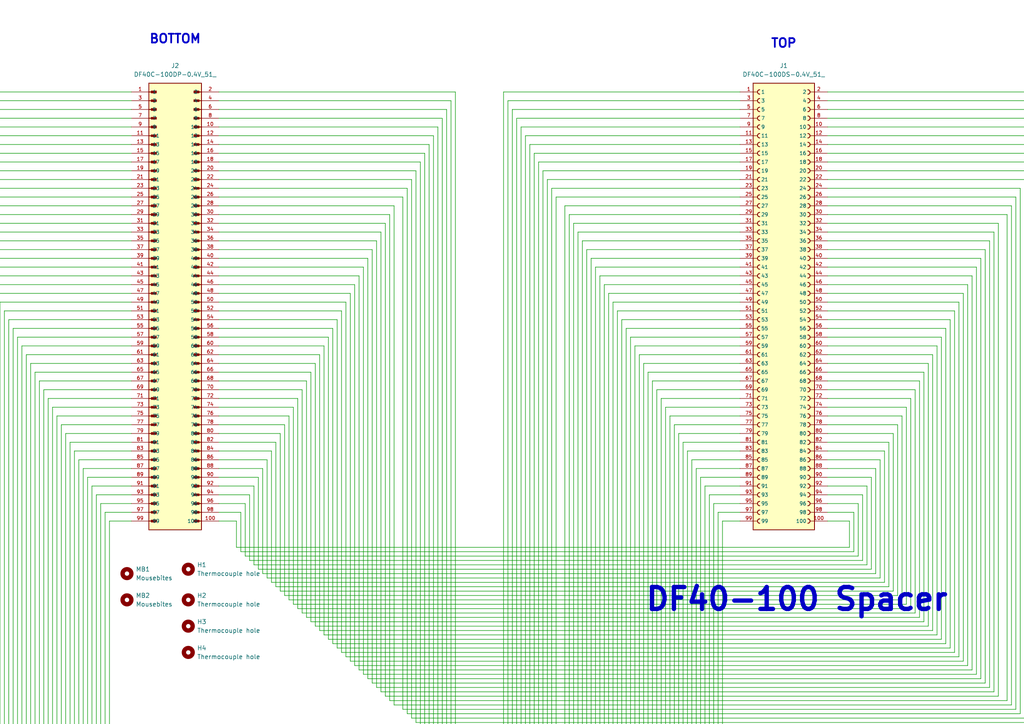
<source format=kicad_sch>
(kicad_sch (version 20231120) (generator "eeschema") (generator_version "8.0")
  (paper "A4")
  (lib_symbols
    (symbol "DF40C_100DP_0_4V_51_:DF40C-100DP-0.4V_51_" (pin_names (offset 1.016))
      (property "Reference" "J" (at -7.62 64.262 0))
      (property "Value" "DF40C-100DP-0.4V_51_" (at -7.62 -66.802 0))
      (symbol "DF40C-100DP-0.4V_51__0_0"
        (pin passive line (at -12.7 60.96 0) (length 5.08) (name "1") (number "1"))
        (pin passive line (at 12.7 50.8 180) (length 5.08) (name "10") (number "10"))
        (pin passive line (at 12.7 -63.5 180) (length 5.08) (name "100") (number "100"))
        (pin passive line (at -12.7 48.26 0) (length 5.08) (name "11") (number "11"))
        (pin passive line (at 12.7 48.26 180) (length 5.08) (name "12") (number "12"))
        (pin passive line (at -12.7 45.72 0) (length 5.08) (name "13") (number "13"))
        (pin passive line (at 12.7 45.72 180) (length 5.08) (name "14") (number "14"))
        (pin passive line (at -12.7 43.18 0) (length 5.08) (name "15") (number "15"))
        (pin passive line (at 12.7 43.18 180) (length 5.08) (name "16") (number "16"))
        (pin passive line (at -12.7 40.64 0) (length 5.08) (name "17") (number "17"))
        (pin passive line (at 12.7 40.64 180) (length 5.08) (name "18") (number "18"))
        (pin passive line (at -12.7 38.1 0) (length 5.08) (name "19") (number "19"))
        (pin passive line (at 12.7 60.96 180) (length 5.08) (name "2") (number "2"))
        (pin passive line (at 12.7 38.1 180) (length 5.08) (name "20") (number "20"))
        (pin passive line (at -12.7 35.56 0) (length 5.08) (name "21") (number "21"))
        (pin passive line (at 12.7 35.56 180) (length 5.08) (name "22") (number "22"))
        (pin passive line (at -12.7 33.02 0) (length 5.08) (name "23") (number "23"))
        (pin passive line (at 12.7 33.02 180) (length 5.08) (name "24") (number "24"))
        (pin passive line (at -12.7 30.48 0) (length 5.08) (name "25") (number "25"))
        (pin passive line (at 12.7 30.48 180) (length 5.08) (name "26") (number "26"))
        (pin passive line (at -12.7 27.94 0) (length 5.08) (name "27") (number "27"))
        (pin passive line (at 12.7 27.94 180) (length 5.08) (name "28") (number "28"))
        (pin passive line (at -12.7 25.4 0) (length 5.08) (name "29") (number "29"))
        (pin passive line (at -12.7 58.42 0) (length 5.08) (name "3") (number "3"))
        (pin passive line (at 12.7 25.4 180) (length 5.08) (name "30") (number "30"))
        (pin passive line (at -12.7 22.86 0) (length 5.08) (name "31") (number "31"))
        (pin passive line (at 12.7 22.86 180) (length 5.08) (name "32") (number "32"))
        (pin passive line (at -12.7 20.32 0) (length 5.08) (name "33") (number "33"))
        (pin passive line (at 12.7 20.32 180) (length 5.08) (name "34") (number "34"))
        (pin passive line (at -12.7 17.78 0) (length 5.08) (name "35") (number "35"))
        (pin passive line (at 12.7 17.78 180) (length 5.08) (name "36") (number "36"))
        (pin passive line (at -12.7 15.24 0) (length 5.08) (name "37") (number "37"))
        (pin passive line (at 12.7 15.24 180) (length 5.08) (name "38") (number "38"))
        (pin passive line (at -12.7 12.7 0) (length 5.08) (name "39") (number "39"))
        (pin passive line (at 12.7 58.42 180) (length 5.08) (name "4") (number "4"))
        (pin passive line (at 12.7 12.7 180) (length 5.08) (name "40") (number "40"))
        (pin passive line (at -12.7 10.16 0) (length 5.08) (name "41") (number "41"))
        (pin passive line (at 12.7 10.16 180) (length 5.08) (name "42") (number "42"))
        (pin passive line (at -12.7 7.62 0) (length 5.08) (name "43") (number "43"))
        (pin passive line (at 12.7 7.62 180) (length 5.08) (name "44") (number "44"))
        (pin passive line (at -12.7 5.08 0) (length 5.08) (name "45") (number "45"))
        (pin passive line (at 12.7 5.08 180) (length 5.08) (name "46") (number "46"))
        (pin passive line (at -12.7 2.54 0) (length 5.08) (name "47") (number "47"))
        (pin passive line (at 12.7 2.54 180) (length 5.08) (name "48") (number "48"))
        (pin passive line (at -12.7 0 0) (length 5.08) (name "49") (number "49"))
        (pin passive line (at -12.7 55.88 0) (length 5.08) (name "5") (number "5"))
        (pin passive line (at 12.7 0 180) (length 5.08) (name "50") (number "50"))
        (pin passive line (at -12.7 -2.54 0) (length 5.08) (name "51") (number "51"))
        (pin passive line (at 12.7 -2.54 180) (length 5.08) (name "52") (number "52"))
        (pin passive line (at -12.7 -5.08 0) (length 5.08) (name "53") (number "53"))
        (pin passive line (at 12.7 -5.08 180) (length 5.08) (name "54") (number "54"))
        (pin passive line (at -12.7 -7.62 0) (length 5.08) (name "55") (number "55"))
        (pin passive line (at 12.7 -7.62 180) (length 5.08) (name "56") (number "56"))
        (pin passive line (at -12.7 -10.16 0) (length 5.08) (name "57") (number "57"))
        (pin passive line (at 12.7 -10.16 180) (length 5.08) (name "58") (number "58"))
        (pin passive line (at -12.7 -12.7 0) (length 5.08) (name "59") (number "59"))
        (pin passive line (at 12.7 55.88 180) (length 5.08) (name "6") (number "6"))
        (pin passive line (at 12.7 -12.7 180) (length 5.08) (name "60") (number "60"))
        (pin passive line (at -12.7 -15.24 0) (length 5.08) (name "61") (number "61"))
        (pin passive line (at 12.7 -15.24 180) (length 5.08) (name "62") (number "62"))
        (pin passive line (at -12.7 -17.78 0) (length 5.08) (name "63") (number "63"))
        (pin passive line (at 12.7 -17.78 180) (length 5.08) (name "64") (number "64"))
        (pin passive line (at -12.7 -20.32 0) (length 5.08) (name "65") (number "65"))
        (pin passive line (at 12.7 -20.32 180) (length 5.08) (name "66") (number "66"))
        (pin passive line (at -12.7 -22.86 0) (length 5.08) (name "67") (number "67"))
        (pin passive line (at 12.7 -22.86 180) (length 5.08) (name "68") (number "68"))
        (pin passive line (at -12.7 -25.4 0) (length 5.08) (name "69") (number "69"))
        (pin passive line (at -12.7 53.34 0) (length 5.08) (name "7") (number "7"))
        (pin passive line (at 12.7 -25.4 180) (length 5.08) (name "70") (number "70"))
        (pin passive line (at -12.7 -27.94 0) (length 5.08) (name "71") (number "71"))
        (pin passive line (at 12.7 -27.94 180) (length 5.08) (name "72") (number "72"))
        (pin passive line (at -12.7 -30.48 0) (length 5.08) (name "73") (number "73"))
        (pin passive line (at 12.7 -30.48 180) (length 5.08) (name "74") (number "74"))
        (pin passive line (at -12.7 -33.02 0) (length 5.08) (name "75") (number "75"))
        (pin passive line (at 12.7 -33.02 180) (length 5.08) (name "76") (number "76"))
        (pin passive line (at -12.7 -35.56 0) (length 5.08) (name "77") (number "77"))
        (pin passive line (at 12.7 -35.56 180) (length 5.08) (name "78") (number "78"))
        (pin passive line (at -12.7 -38.1 0) (length 5.08) (name "79") (number "79"))
        (pin passive line (at 12.7 53.34 180) (length 5.08) (name "8") (number "8"))
        (pin passive line (at 12.7 -38.1 180) (length 5.08) (name "80") (number "80"))
        (pin passive line (at -12.7 -40.64 0) (length 5.08) (name "81") (number "81"))
        (pin passive line (at 12.7 -40.64 180) (length 5.08) (name "82") (number "82"))
        (pin passive line (at -12.7 -43.18 0) (length 5.08) (name "83") (number "83"))
        (pin passive line (at 12.7 -43.18 180) (length 5.08) (name "84") (number "84"))
        (pin passive line (at -12.7 -45.72 0) (length 5.08) (name "85") (number "85"))
        (pin passive line (at 12.7 -45.72 180) (length 5.08) (name "86") (number "86"))
        (pin passive line (at -12.7 -48.26 0) (length 5.08) (name "87") (number "87"))
        (pin passive line (at 12.7 -48.26 180) (length 5.08) (name "88") (number "88"))
        (pin passive line (at -12.7 -50.8 0) (length 5.08) (name "89") (number "89"))
        (pin passive line (at -12.7 50.8 0) (length 5.08) (name "9") (number "9"))
        (pin passive line (at 12.7 -50.8 180) (length 5.08) (name "90") (number "90"))
        (pin passive line (at -12.7 -53.34 0) (length 5.08) (name "91") (number "91"))
        (pin passive line (at 12.7 -53.34 180) (length 5.08) (name "92") (number "92"))
        (pin passive line (at -12.7 -55.88 0) (length 5.08) (name "93") (number "93"))
        (pin passive line (at 12.7 -55.88 180) (length 5.08) (name "94") (number "94"))
        (pin passive line (at -12.7 -58.42 0) (length 5.08) (name "95") (number "95"))
        (pin passive line (at 12.7 -58.42 180) (length 5.08) (name "96") (number "96"))
        (pin passive line (at -12.7 -60.96 0) (length 5.08) (name "97") (number "97"))
        (pin passive line (at 12.7 -60.96 180) (length 5.08) (name "98") (number "98"))
        (pin passive line (at -12.7 -63.5 0) (length 5.08) (name "99") (number "99"))
      )
    )
    (symbol "DF40C_100DS_0_4V_51_:DF40C-100DS-0.4V_51_" (pin_names (offset 1.016))
      (property "Reference" "J" (at -8.9083 63.6526 0))
      (property "Value" "DF40C-100DS-0.4V_51_" (at -8.9063 -68.7318 0))
      (symbol "DF40C-100DS-0.4V_51__0_0"
        (pin passive line (at -12.7 60.96 0) (length 5.08) (name "1") (number "1"))
        (pin passive line (at 12.7 50.8 180) (length 5.08) (name "10") (number "10"))
        (pin passive line (at 12.7 -63.5 180) (length 5.08) (name "100") (number "100"))
        (pin passive line (at -12.7 48.26 0) (length 5.08) (name "11") (number "11"))
        (pin passive line (at 12.7 48.26 180) (length 5.08) (name "12") (number "12"))
        (pin passive line (at -12.7 45.72 0) (length 5.08) (name "13") (number "13"))
        (pin passive line (at 12.7 45.72 180) (length 5.08) (name "14") (number "14"))
        (pin passive line (at -12.7 43.18 0) (length 5.08) (name "15") (number "15"))
        (pin passive line (at 12.7 43.18 180) (length 5.08) (name "16") (number "16"))
        (pin passive line (at -12.7 40.64 0) (length 5.08) (name "17") (number "17"))
        (pin passive line (at 12.7 40.64 180) (length 5.08) (name "18") (number "18"))
        (pin passive line (at -12.7 38.1 0) (length 5.08) (name "19") (number "19"))
        (pin passive line (at 12.7 60.96 180) (length 5.08) (name "2") (number "2"))
        (pin passive line (at 12.7 38.1 180) (length 5.08) (name "20") (number "20"))
        (pin passive line (at -12.7 35.56 0) (length 5.08) (name "21") (number "21"))
        (pin passive line (at 12.7 35.56 180) (length 5.08) (name "22") (number "22"))
        (pin passive line (at -12.7 33.02 0) (length 5.08) (name "23") (number "23"))
        (pin passive line (at 12.7 33.02 180) (length 5.08) (name "24") (number "24"))
        (pin passive line (at -12.7 30.48 0) (length 5.08) (name "25") (number "25"))
        (pin passive line (at 12.7 30.48 180) (length 5.08) (name "26") (number "26"))
        (pin passive line (at -12.7 27.94 0) (length 5.08) (name "27") (number "27"))
        (pin passive line (at 12.7 27.94 180) (length 5.08) (name "28") (number "28"))
        (pin passive line (at -12.7 25.4 0) (length 5.08) (name "29") (number "29"))
        (pin passive line (at -12.7 58.42 0) (length 5.08) (name "3") (number "3"))
        (pin passive line (at 12.7 25.4 180) (length 5.08) (name "30") (number "30"))
        (pin passive line (at -12.7 22.86 0) (length 5.08) (name "31") (number "31"))
        (pin passive line (at 12.7 22.86 180) (length 5.08) (name "32") (number "32"))
        (pin passive line (at -12.7 20.32 0) (length 5.08) (name "33") (number "33"))
        (pin passive line (at 12.7 20.32 180) (length 5.08) (name "34") (number "34"))
        (pin passive line (at -12.7 17.78 0) (length 5.08) (name "35") (number "35"))
        (pin passive line (at 12.7 17.78 180) (length 5.08) (name "36") (number "36"))
        (pin passive line (at -12.7 15.24 0) (length 5.08) (name "37") (number "37"))
        (pin passive line (at 12.7 15.24 180) (length 5.08) (name "38") (number "38"))
        (pin passive line (at -12.7 12.7 0) (length 5.08) (name "39") (number "39"))
        (pin passive line (at 12.7 58.42 180) (length 5.08) (name "4") (number "4"))
        (pin passive line (at 12.7 12.7 180) (length 5.08) (name "40") (number "40"))
        (pin passive line (at -12.7 10.16 0) (length 5.08) (name "41") (number "41"))
        (pin passive line (at 12.7 10.16 180) (length 5.08) (name "42") (number "42"))
        (pin passive line (at -12.7 7.62 0) (length 5.08) (name "43") (number "43"))
        (pin passive line (at 12.7 7.62 180) (length 5.08) (name "44") (number "44"))
        (pin passive line (at -12.7 5.08 0) (length 5.08) (name "45") (number "45"))
        (pin passive line (at 12.7 5.08 180) (length 5.08) (name "46") (number "46"))
        (pin passive line (at -12.7 2.54 0) (length 5.08) (name "47") (number "47"))
        (pin passive line (at 12.7 2.54 180) (length 5.08) (name "48") (number "48"))
        (pin passive line (at -12.7 0 0) (length 5.08) (name "49") (number "49"))
        (pin passive line (at -12.7 55.88 0) (length 5.08) (name "5") (number "5"))
        (pin passive line (at 12.7 0 180) (length 5.08) (name "50") (number "50"))
        (pin passive line (at -12.7 -2.54 0) (length 5.08) (name "51") (number "51"))
        (pin passive line (at 12.7 -2.54 180) (length 5.08) (name "52") (number "52"))
        (pin passive line (at -12.7 -5.08 0) (length 5.08) (name "53") (number "53"))
        (pin passive line (at 12.7 -5.08 180) (length 5.08) (name "54") (number "54"))
        (pin passive line (at -12.7 -7.62 0) (length 5.08) (name "55") (number "55"))
        (pin passive line (at 12.7 -7.62 180) (length 5.08) (name "56") (number "56"))
        (pin passive line (at -12.7 -10.16 0) (length 5.08) (name "57") (number "57"))
        (pin passive line (at 12.7 -10.16 180) (length 5.08) (name "58") (number "58"))
        (pin passive line (at -12.7 -12.7 0) (length 5.08) (name "59") (number "59"))
        (pin passive line (at 12.7 55.88 180) (length 5.08) (name "6") (number "6"))
        (pin passive line (at 12.7 -12.7 180) (length 5.08) (name "60") (number "60"))
        (pin passive line (at -12.7 -15.24 0) (length 5.08) (name "61") (number "61"))
        (pin passive line (at 12.7 -15.24 180) (length 5.08) (name "62") (number "62"))
        (pin passive line (at -12.7 -17.78 0) (length 5.08) (name "63") (number "63"))
        (pin passive line (at 12.7 -17.78 180) (length 5.08) (name "64") (number "64"))
        (pin passive line (at -12.7 -20.32 0) (length 5.08) (name "65") (number "65"))
        (pin passive line (at 12.7 -20.32 180) (length 5.08) (name "66") (number "66"))
        (pin passive line (at -12.7 -22.86 0) (length 5.08) (name "67") (number "67"))
        (pin passive line (at 12.7 -22.86 180) (length 5.08) (name "68") (number "68"))
        (pin passive line (at -12.7 -25.4 0) (length 5.08) (name "69") (number "69"))
        (pin passive line (at -12.7 53.34 0) (length 5.08) (name "7") (number "7"))
        (pin passive line (at 12.7 -25.4 180) (length 5.08) (name "70") (number "70"))
        (pin passive line (at -12.7 -27.94 0) (length 5.08) (name "71") (number "71"))
        (pin passive line (at 12.7 -27.94 180) (length 5.08) (name "72") (number "72"))
        (pin passive line (at -12.7 -30.48 0) (length 5.08) (name "73") (number "73"))
        (pin passive line (at 12.7 -30.48 180) (length 5.08) (name "74") (number "74"))
        (pin passive line (at -12.7 -33.02 0) (length 5.08) (name "75") (number "75"))
        (pin passive line (at 12.7 -33.02 180) (length 5.08) (name "76") (number "76"))
        (pin passive line (at -12.7 -35.56 0) (length 5.08) (name "77") (number "77"))
        (pin passive line (at 12.7 -35.56 180) (length 5.08) (name "78") (number "78"))
        (pin passive line (at -12.7 -38.1 0) (length 5.08) (name "79") (number "79"))
        (pin passive line (at 12.7 53.34 180) (length 5.08) (name "8") (number "8"))
        (pin passive line (at 12.7 -38.1 180) (length 5.08) (name "80") (number "80"))
        (pin passive line (at -12.7 -40.64 0) (length 5.08) (name "81") (number "81"))
        (pin passive line (at 12.7 -40.64 180) (length 5.08) (name "82") (number "82"))
        (pin passive line (at -12.7 -43.18 0) (length 5.08) (name "83") (number "83"))
        (pin passive line (at 12.7 -43.18 180) (length 5.08) (name "84") (number "84"))
        (pin passive line (at -12.7 -45.72 0) (length 5.08) (name "85") (number "85"))
        (pin passive line (at 12.7 -45.72 180) (length 5.08) (name "86") (number "86"))
        (pin passive line (at -12.7 -48.26 0) (length 5.08) (name "87") (number "87"))
        (pin passive line (at 12.7 -48.26 180) (length 5.08) (name "88") (number "88"))
        (pin passive line (at -12.7 -50.8 0) (length 5.08) (name "89") (number "89"))
        (pin passive line (at -12.7 50.8 0) (length 5.08) (name "9") (number "9"))
        (pin passive line (at 12.7 -50.8 180) (length 5.08) (name "90") (number "90"))
        (pin passive line (at -12.7 -53.34 0) (length 5.08) (name "91") (number "91"))
        (pin passive line (at 12.7 -53.34 180) (length 5.08) (name "92") (number "92"))
        (pin passive line (at -12.7 -55.88 0) (length 5.08) (name "93") (number "93"))
        (pin passive line (at 12.7 -55.88 180) (length 5.08) (name "94") (number "94"))
        (pin passive line (at -12.7 -58.42 0) (length 5.08) (name "95") (number "95"))
        (pin passive line (at 12.7 -58.42 180) (length 5.08) (name "96") (number "96"))
        (pin passive line (at -12.7 -60.96 0) (length 5.08) (name "97") (number "97"))
        (pin passive line (at 12.7 -60.96 180) (length 5.08) (name "98") (number "98"))
        (pin passive line (at -12.7 -63.5 0) (length 5.08) (name "99") (number "99"))
      )
    )
    (symbol "Mechanical:MountingHole" (pin_names (offset 1.016)) (exclude_from_sim yes) (in_bom no)
      (property "Reference" "H" (at 0 5.08 0))
      (property "Value" "MountingHole" (at 0 3.175 0))
    )
  )
  (wire (pts (xy 78.74 130.81) (xy 78.74 168.91)))
  (wire (pts (xy 191.77 275.59) (xy 13.97 275.59)))
  (wire (pts (xy -8.89 69.85) (xy -8.89 298.45)))
  (wire (pts (xy 207.01 146.05) (xy 207.01 260.35)))
  (wire (pts (xy -5.08 77.47) (xy 38.1 77.47)))
  (wire (pts (xy 180.34 287.02) (xy 180.34 92.71)))
  (wire (pts (xy 93.98 184.15) (xy 271.78 184.15)))
  (wire (pts (xy -29.21 31.75) (xy -29.21 317.5)))
  (wire (pts (xy 63.5 54.61) (xy 118.11 54.61)))
  (wire (pts (xy 269.24 181.61) (xy 269.24 105.41)))
  (wire (pts (xy 69.85 148.59) (xy 63.5 148.59)))
  (wire (pts (xy 102.87 82.55) (xy 102.87 193.04)))
  (wire (pts (xy 85.09 175.26) (xy 85.09 118.11)))
  (wire (pts (xy 240.03 92.71) (xy 275.59 92.71)))
  (wire (pts (xy 240.03 143.51) (xy 250.19 143.51)))
  (wire (pts (xy 214.63 120.65) (xy 194.31 120.65)))
  (wire (pts (xy -27.94 316.23) (xy -27.94 34.29)))
  (wire (pts (xy 100.33 87.63) (xy 63.5 87.63)))
  (wire (pts (xy 123.19 212.09) (xy 300.99 212.09)))
  (wire (pts (xy 68.58 151.13) (xy 68.58 158.75)))
  (wire (pts (xy 209.55 257.81) (xy 31.75 257.81)))
  (wire (pts (xy 87.63 113.03) (xy 63.5 113.03)))
  (wire (pts (xy 292.1 62.23) (xy 240.03 62.23)))
  (wire (pts (xy 194.31 120.65) (xy 194.31 273.05)))
  (wire (pts (xy 77.47 133.35) (xy 63.5 133.35)))
  (wire (pts (xy 107.95 72.39) (xy 107.95 198.12)))
  (wire (pts (xy 3.81 285.75) (xy 3.81 95.25)))
  (wire (pts (xy 128.27 34.29) (xy 128.27 217.17)))
  (wire (pts (xy 38.1 123.19) (xy 17.78 123.19)))
  (wire (pts (xy 76.2 166.37) (xy 254 166.37)))
  (wire (pts (xy 74.93 138.43) (xy 63.5 138.43)))
  (wire (pts (xy 38.1 95.25) (xy 3.81 95.25)))
  (wire (pts (xy 176.53 85.09) (xy 176.53 290.83)))
  (wire (pts (xy 76.2 135.89) (xy 76.2 166.37)))
  (wire (pts (xy 26.67 262.89) (xy 26.67 140.97)))
  (wire (pts (xy 63.5 105.41) (xy 91.44 105.41)))
  (wire (pts (xy 83.82 120.65) (xy 83.82 173.99)))
  (wire (pts (xy 63.5 67.31) (xy 110.49 67.31)))
  (wire (pts (xy 275.59 187.96) (xy 97.79 187.96)))
  (wire (pts (xy 152.4 39.37) (xy 152.4 313.69)))
  (wire (pts (xy 198.12 128.27) (xy 214.63 128.27)))
  (wire (pts (xy 71.12 161.29) (xy 248.92 161.29)))
  (wire (pts (xy 199.39 267.97) (xy 21.59 267.97)))
  (wire (pts (xy 38.1 46.99) (xy -21.59 46.99)))
  (wire (pts (xy -33.02 26.67) (xy 38.1 26.67)))
  (wire (pts (xy 194.31 273.05) (xy 16.51 273.05)))
  (wire (pts (xy -11.43 300.99) (xy 166.37 300.99)))
  (wire (pts (xy 204.47 262.89) (xy 26.67 262.89)))
  (wire (pts (xy -6.35 295.91) (xy 171.45 295.91)))
  (wire (pts (xy 110.49 200.66) (xy 288.29 200.66)))
  (wire (pts (xy 307.34 218.44) (xy 129.54 218.44)))
  (wire (pts (xy 251.46 140.97) (xy 240.03 140.97)))
  (wire (pts (xy 195.58 271.78) (xy 195.58 123.19)))
  (wire (pts (xy 38.1 87.63) (xy 0 87.63)))
  (wire (pts (xy 24.13 265.43) (xy 24.13 135.89)))
  (wire (pts (xy 240.03 36.83) (xy 304.8 36.83)))
  (wire (pts (xy 257.81 128.27) (xy 257.81 170.18)))
  (wire (pts (xy 240.03 74.93) (xy 284.48 74.93)))
  (wire (pts (xy 214.63 105.41) (xy 186.69 105.41)))
  (wire (pts (xy 63.5 120.65) (xy 83.82 120.65)))
  (wire (pts (xy 306.07 217.17) (xy 306.07 34.29)))
  (wire (pts (xy 116.84 205.74) (xy 116.84 57.15)))
  (wire (pts (xy 111.76 201.93) (xy 111.76 64.77)))
  (wire (pts (xy 179.07 90.17) (xy 179.07 288.29)))
  (wire (pts (xy 255.27 167.64) (xy 77.47 167.64)))
  (wire (pts (xy 186.69 280.67) (xy 8.89 280.67)))
  (wire (pts (xy 38.1 41.91) (xy -24.13 41.91)))
  (wire (pts (xy 21.59 267.97) (xy 21.59 130.81)))
  (wire (pts (xy -15.24 303.53) (xy -15.24 59.69)))
  (wire (pts (xy 240.03 64.77) (xy 289.56 64.77)))
  (wire (pts (xy -17.78 306.07) (xy -17.78 54.61)))
  (wire (pts (xy 63.5 26.67) (xy 132.08 26.67)))
  (wire (pts (xy 130.81 29.21) (xy 130.81 219.71)))
  (wire (pts (xy -16.51 57.15) (xy -16.51 304.8)))
  (wire (pts (xy 302.26 41.91) (xy 302.26 213.36)))
  (wire (pts (xy 121.92 210.82) (xy 121.92 46.99)))
  (wire (pts (xy 38.1 80.01) (xy -3.81 80.01)))
  (wire (pts (xy 240.03 80.01) (xy 281.94 80.01)))
  (wire (pts (xy 240.03 87.63) (xy 278.13 87.63)))
  (wire (pts (xy 283.21 195.58) (xy 283.21 77.47)))
  (wire (pts (xy 180.34 92.71) (xy 214.63 92.71)))
  (wire (pts (xy 284.48 74.93) (xy 284.48 196.85)))
  (wire (pts (xy 161.29 304.8) (xy 161.29 57.15)))
  (wire (pts (xy 214.63 95.25) (xy 181.61 95.25)))
  (wire (pts (xy 151.13 314.96) (xy 151.13 36.83)))
  (wire (pts (xy 181.61 285.75) (xy 3.81 285.75)))
  (wire (pts (xy 119.38 52.07) (xy 63.5 52.07)))
  (wire (pts (xy 240.03 138.43) (xy 252.73 138.43)))
  (wire (pts (xy -19.05 52.07) (xy -19.05 307.34)))
  (wire (pts (xy 26.67 140.97) (xy 38.1 140.97)))
  (wire (pts (xy 63.5 72.39) (xy 107.95 72.39)))
  (wire (pts (xy 12.7 113.03) (xy 12.7 276.86)))
  (wire (pts (xy 204.47 140.97) (xy 204.47 262.89)))
  (wire (pts (xy 191.77 115.57) (xy 191.77 275.59)))
  (wire (pts (xy 105.41 195.58) (xy 283.21 195.58)))
  (wire (pts (xy 270.51 182.88) (xy 92.71 182.88)))
  (wire (pts (xy 293.37 204.47) (xy 293.37 59.69)))
  (wire (pts (xy 31.75 151.13) (xy 38.1 151.13)))
  (wire (pts (xy 156.21 309.88) (xy 156.21 46.99)))
  (wire (pts (xy 214.63 100.33) (xy 184.15 100.33)))
  (wire (pts (xy 81.28 171.45) (xy 259.08 171.45)))
  (wire (pts (xy 240.03 123.19) (xy 260.35 123.19)))
  (wire (pts (xy 261.62 173.99) (xy 261.62 120.65)))
  (wire (pts (xy 1.27 90.17) (xy 38.1 90.17)))
  (wire (pts (xy 248.92 161.29) (xy 248.92 146.05)))
  (wire (pts (xy 160.02 54.61) (xy 160.02 306.07)))
  (wire (pts (xy 68.58 158.75) (xy 246.38 158.75)))
  (wire (pts (xy 99.06 189.23) (xy 276.86 189.23)))
  (wire (pts (xy 11.43 110.49) (xy 38.1 110.49)))
  (wire (pts (xy 161.29 57.15) (xy 214.63 57.15)))
  (wire (pts (xy 285.75 198.12) (xy 285.75 72.39)))
  (wire (pts (xy 78.74 168.91) (xy 256.54 168.91)))
  (wire (pts (xy 214.63 34.29) (xy 149.86 34.29)))
  (wire (pts (xy -17.78 54.61) (xy 38.1 54.61)))
  (wire (pts (xy 63.5 34.29) (xy 128.27 34.29)))
  (wire (pts (xy 167.64 299.72) (xy -10.16 299.72)))
  (wire (pts (xy 121.92 46.99) (xy 63.5 46.99)))
  (wire (pts (xy 19.05 270.51) (xy 19.05 125.73)))
  (wire (pts (xy 276.86 189.23) (xy 276.86 90.17)))
  (wire (pts (xy 63.5 95.25) (xy 96.52 95.25)))
  (wire (pts (xy -21.59 46.99) (xy -21.59 309.88)))
  (wire (pts (xy 256.54 130.81) (xy 240.03 130.81)))
  (wire (pts (xy 15.24 274.32) (xy 193.04 274.32)))
  (wire (pts (xy -3.81 80.01) (xy -3.81 293.37)))
  (wire (pts (xy 130.81 219.71) (xy 308.61 219.71)))
  (wire (pts (xy -30.48 29.21) (xy 38.1 29.21)))
  (wire (pts (xy 240.03 95.25) (xy 274.32 95.25)))
  (wire (pts (xy 196.85 125.73) (xy 196.85 270.51)))
  (wire (pts (xy 63.5 77.47) (xy 105.41 77.47)))
  (wire (pts (xy 72.39 162.56) (xy 72.39 143.51)))
  (wire (pts (xy 214.63 72.39) (xy 170.18 72.39)))
  (wire (pts (xy 165.1 62.23) (xy 165.1 302.26)))
  (wire (pts (xy -10.16 67.31) (xy 38.1 67.31)))
  (wire (pts (xy 63.5 130.81) (xy 78.74 130.81)))
  (wire (pts (xy 101.6 85.09) (xy 101.6 191.77)))
  (wire (pts (xy 63.5 115.57) (xy 86.36 115.57)))
  (wire (pts (xy 114.3 59.69) (xy 114.3 204.47)))
  (wire (pts (xy 214.63 125.73) (xy 196.85 125.73)))
  (wire (pts (xy 240.03 31.75) (xy 307.34 31.75)))
  (wire (pts (xy 295.91 54.61) (xy 240.03 54.61)))
  (wire (pts (xy 195.58 123.19) (xy 214.63 123.19)))
  (wire (pts (xy 132.08 220.98) (xy 311.15 220.98)))
  (wire (pts (xy -7.62 297.18) (xy -7.62 72.39)))
  (wire (pts (xy 63.5 100.33) (xy 93.98 100.33)))
  (wire (pts (xy 16.51 120.65) (xy 38.1 120.65)))
  (wire (pts (xy 275.59 92.71) (xy 275.59 187.96)))
  (wire (pts (xy 38.1 64.77) (xy -11.43 64.77)))
  (wire (pts (xy 124.46 41.91) (xy 63.5 41.91)))
  (wire (pts (xy 190.5 113.03) (xy 214.63 113.03)))
  (wire (pts (xy 29.21 146.05) (xy 38.1 146.05)))
  (wire (pts (xy 118.11 207.01) (xy 295.91 207.01)))
  (wire (pts (xy 38.1 118.11) (xy 15.24 118.11)))
  (wire (pts (xy 255.27 133.35) (xy 255.27 167.64)))
  (wire (pts (xy 93.98 100.33) (xy 93.98 184.15)))
  (wire (pts (xy 271.78 100.33) (xy 240.03 100.33)))
  (wire (pts (xy 92.71 182.88) (xy 92.71 102.87)))
  (wire (pts (xy 240.03 59.69) (xy 293.37 59.69)))
  (wire (pts (xy 92.71 102.87) (xy 63.5 102.87)))
  (wire (pts (xy 16.51 273.05) (xy 16.51 120.65)))
  (wire (pts (xy 99.06 90.17) (xy 99.06 189.23)))
  (wire (pts (xy 187.96 107.95) (xy 214.63 107.95)))
  (wire (pts (xy 114.3 204.47) (xy 293.37 204.47)))
  (wire (pts (xy 214.63 82.55) (xy 175.26 82.55)))
  (wire (pts (xy 287.02 199.39) (xy 109.22 199.39)))
  (wire (pts (xy 240.03 52.07) (xy 297.18 52.07)))
  (wire (pts (xy 173.99 293.37) (xy 173.99 80.01)))
  (wire (pts (xy 111.76 64.77) (xy 63.5 64.77)))
  (wire (pts (xy 38.1 52.07) (xy -19.05 52.07)))
  (wire (pts (xy 281.94 80.01) (xy 281.94 194.31)))
  (wire (pts (xy 288.29 200.66) (xy 288.29 67.31)))
  (wire (pts (xy 113.03 62.23) (xy 113.03 203.2)))
  (wire (pts (xy 214.63 130.81) (xy 199.39 130.81)))
  (wire (pts (xy 38.1 143.51) (xy 27.94 143.51)))
  (wire (pts (xy 0 87.63) (xy 0 289.56)))
  (wire (pts (xy 166.37 64.77) (xy 214.63 64.77)))
  (wire (pts (xy 240.03 46.99) (xy 299.72 46.99)))
  (wire (pts (xy 254 166.37) (xy 254 135.89)))
  (wire (pts (xy 101.6 191.77) (xy 279.4 191.77)))
  (wire (pts (xy 267.97 180.34) (xy 90.17 180.34)))
  (wire (pts (xy 250.19 143.51) (xy 250.19 162.56)))
  (wire (pts (xy 157.48 49.53) (xy 157.48 308.61)))
  (wire (pts (xy 248.92 146.05) (xy 240.03 146.05)))
  (wire (pts (xy 88.9 110.49) (xy 88.9 179.07)))
  (wire (pts (xy 189.23 110.49) (xy 189.23 278.13)))
  (wire (pts (xy 86.36 176.53) (xy 264.16 176.53)))
  (wire (pts (xy 214.63 151.13) (xy 209.55 151.13)))
  (wire (pts (xy 177.8 87.63) (xy 214.63 87.63)))
  (wire (pts (xy 303.53 39.37) (xy 240.03 39.37)))
  (wire (pts (xy 175.26 292.1) (xy -2.54 292.1)))
  (wire (pts (xy 259.08 171.45) (xy 259.08 125.73)))
  (wire (pts (xy 214.63 115.57) (xy 191.77 115.57)))
  (wire (pts (xy 71.12 146.05) (xy 71.12 161.29)))
  (wire (pts (xy 182.88 284.48) (xy 182.88 97.79)))
  (wire (pts (xy 273.05 97.79) (xy 273.05 185.42)))
  (wire (pts (xy 81.28 125.73) (xy 81.28 171.45)))
  (wire (pts (xy 109.22 199.39) (xy 109.22 69.85)))
  (wire (pts (xy 281.94 194.31) (xy 104.14 194.31)))
  (wire (pts (xy 265.43 113.03) (xy 265.43 177.8)))
  (wire (pts (xy 38.1 31.75) (xy -29.21 31.75)))
  (wire (pts (xy 240.03 107.95) (xy 267.97 107.95)))
  (wire (pts (xy 292.1 203.2) (xy 292.1 62.23)))
  (wire (pts (xy 160.02 306.07) (xy -17.78 306.07)))
  (wire (pts (xy 299.72 210.82) (xy 121.92 210.82)))
  (wire (pts (xy 8.89 280.67) (xy 8.89 105.41)))
  (wire (pts (xy -6.35 74.93) (xy -6.35 295.91)))
  (wire (pts (xy 251.46 163.83) (xy 251.46 140.97)))
  (wire (pts (xy 172.72 77.47) (xy 172.72 294.64)))
  (wire (pts (xy 300.99 212.09) (xy 300.99 44.45)))
  (wire (pts (xy 261.62 120.65) (xy 240.03 120.65)))
  (wire (pts (xy 214.63 59.69) (xy 163.83 59.69)))
  (wire (pts (xy -7.62 72.39) (xy 38.1 72.39)))
  (wire (pts (xy 146.05 320.04) (xy -33.02 320.04)))
  (wire (pts (xy 90.17 107.95) (xy 63.5 107.95)))
  (wire (pts (xy -33.02 320.04) (xy -33.02 26.67)))
  (wire (pts (xy 267.97 107.95) (xy 267.97 180.34)))
  (wire (pts (xy 182.88 97.79) (xy 214.63 97.79)))
  (wire (pts (xy 21.59 130.81) (xy 38.1 130.81)))
  (wire (pts (xy 38.1 128.27) (xy 20.32 128.27)))
  (wire (pts (xy 240.03 97.79) (xy 273.05 97.79)))
  (wire (pts (xy -20.32 49.53) (xy 38.1 49.53)))
  (wire (pts (xy 240.03 85.09) (xy 279.4 85.09)))
  (wire (pts (xy 264.16 176.53) (xy 264.16 115.57)))
  (wire (pts (xy 106.68 196.85) (xy 106.68 74.93)))
  (wire (pts (xy 205.74 143.51) (xy 214.63 143.51)))
  (wire (pts (xy 63.5 146.05) (xy 71.12 146.05)))
  (wire (pts (xy 276.86 90.17) (xy 240.03 90.17)))
  (wire (pts (xy 283.21 77.47) (xy 240.03 77.47)))
  (wire (pts (xy 72.39 143.51) (xy 63.5 143.51)))
  (wire (pts (xy 214.63 49.53) (xy 157.48 49.53)))
  (wire (pts (xy 80.01 170.18) (xy 80.01 128.27)))
  (wire (pts (xy -24.13 312.42) (xy 153.67 312.42)))
  (wire (pts (xy 302.26 213.36) (xy 124.46 213.36)))
  (wire (pts (xy 148.59 31.75) (xy 214.63 31.75)))
  (wire (pts (xy 106.68 74.93) (xy 63.5 74.93)))
  (wire (pts (xy 27.94 143.51) (xy 27.94 261.62)))
  (wire (pts (xy 295.91 207.01) (xy 295.91 54.61)))
  (wire (pts (xy 38.1 97.79) (xy 5.08 97.79)))
  (wire (pts (xy 30.48 148.59) (xy 30.48 259.08)))
  (wire (pts (xy 185.42 281.94) (xy 185.42 102.87)))
  (wire (pts (xy 280.67 82.55) (xy 240.03 82.55)))
  (wire (pts (xy 38.1 113.03) (xy 12.7 113.03)))
  (wire (pts (xy 63.5 90.17) (xy 99.06 90.17)))
  (wire (pts (xy 252.73 138.43) (xy 252.73 165.1)))
  (wire (pts (xy 203.2 138.43) (xy 203.2 264.16)))
  (wire (pts (xy 200.66 266.7) (xy 200.66 133.35)))
  (wire (pts (xy 74.93 138.43) (xy 74.93 165.1)))
  (wire (pts (xy 38.1 102.87) (xy 7.62 102.87)))
  (wire (pts (xy 200.66 133.35) (xy 214.63 133.35)))
  (wire (pts (xy 127 36.83) (xy 63.5 36.83)))
  (wire (pts (xy 30.48 259.08) (xy 208.28 259.08)))
  (wire (pts (xy 149.86 34.29) (xy 149.86 316.23)))
  (wire (pts (xy 2.54 92.71) (xy 2.54 287.02)))
  (wire (pts (xy 63.5 140.97) (xy 73.66 140.97)))
  (wire (pts (xy 184.15 283.21) (xy 6.35 283.21)))
  (wire (pts (xy 63.5 85.09) (xy 101.6 85.09)))
  (wire (pts (xy -13.97 302.26) (xy -13.97 62.23)))
  (wire (pts (xy 297.18 52.07) (xy 297.18 208.28)))
  (wire (pts (xy 158.75 307.34) (xy 158.75 52.07)))
  (wire (pts (xy 278.13 87.63) (xy 278.13 190.5)))
  (wire (pts (xy 271.78 184.15) (xy 271.78 100.33)))
  (wire (pts (xy 300.99 44.45) (xy 240.03 44.45)))
  (wire (pts (xy 0 289.56) (xy 177.8 289.56)))
  (wire (pts (xy 214.63 85.09) (xy 176.53 85.09)))
  (wire (pts (xy 125.73 214.63) (xy 303.53 214.63)))
  (wire (pts (xy 63.5 110.49) (xy 88.9 110.49)))
  (wire (pts (xy 63.5 59.69) (xy 114.3 59.69)))
  (wire (pts (xy 6.35 283.21) (xy 6.35 100.33)))
  (wire (pts (xy 10.16 107.95) (xy 10.16 279.4)))
  (wire (pts (xy 2.54 287.02) (xy 180.34 287.02)))
  (wire (pts (xy -22.86 311.15) (xy -22.86 44.45)))
  (wire (pts (xy 240.03 148.59) (xy 247.65 148.59)))
  (wire (pts (xy 254 135.89) (xy 240.03 135.89)))
  (wire (pts (xy 96.52 95.25) (xy 96.52 186.69)))
  (wire (pts (xy 214.63 135.89) (xy 201.93 135.89)))
  (wire (pts (xy 181.61 95.25) (xy 181.61 285.75)))
  (wire (pts (xy 240.03 113.03) (xy 265.43 113.03)))
  (wire (pts (xy 151.13 36.83) (xy 214.63 36.83)))
  (wire (pts (xy 214.63 146.05) (xy 207.01 146.05)))
  (wire (pts (xy 175.26 82.55) (xy 175.26 292.1)))
  (wire (pts (xy 20.32 269.24) (xy 198.12 269.24)))
  (wire (pts (xy 247.65 148.59) (xy 247.65 160.02)))
  (wire (pts (xy 304.8 36.83) (xy 304.8 215.9)))
  (wire (pts (xy 129.54 218.44) (xy 129.54 31.75)))
  (wire (pts (xy 90.17 180.34) (xy 90.17 107.95)))
  (wire (pts (xy 278.13 190.5) (xy 100.33 190.5)))
  (wire (pts (xy 257.81 170.18) (xy 80.01 170.18)))
  (wire (pts (xy 17.78 271.78) (xy 195.58 271.78)))
  (wire (pts (xy 203.2 264.16) (xy 25.4 264.16)))
  (wire (pts (xy 38.1 74.93) (xy -6.35 74.93)))
  (wire (pts (xy 185.42 102.87) (xy 214.63 102.87)))
  (wire (pts (xy 266.7 110.49) (xy 240.03 110.49)))
  (wire (pts (xy 165.1 302.26) (xy -13.97 302.26)))
  (wire (pts (xy -13.97 62.23) (xy 38.1 62.23)))
  (wire (pts (xy 299.72 46.99) (xy 299.72 210.82)))
  (wire (pts (xy 6.35 100.33) (xy 38.1 100.33)))
  (wire (pts (xy 170.18 72.39) (xy 170.18 297.18)))
  (wire (pts (xy 148.59 317.5) (xy 148.59 31.75)))
  (wire (pts (xy 186.69 105.41) (xy 186.69 280.67)))
  (wire (pts (xy 187.96 279.4) (xy 187.96 107.95)))
  (wire (pts (xy 25.4 138.43) (xy 25.4 264.16)))
  (wire (pts (xy 63.5 82.55) (xy 102.87 82.55)))
  (wire (pts (xy 158.75 52.07) (xy 214.63 52.07)))
  (wire (pts (xy 125.73 39.37) (xy 125.73 214.63)))
  (wire (pts (xy 5.08 284.48) (xy 182.88 284.48)))
  (wire (pts (xy -19.05 307.34) (xy 158.75 307.34)))
  (wire (pts (xy 127 215.9) (xy 127 36.83)))
  (wire (pts (xy 63.5 62.23) (xy 113.03 62.23)))
  (wire (pts (xy 184.15 100.33) (xy 184.15 283.21)))
  (wire (pts (xy -20.32 308.61) (xy -20.32 49.53)))
  (wire (pts (xy 80.01 128.27) (xy 63.5 128.27)))
  (wire (pts (xy 104.14 80.01) (xy 63.5 80.01)))
  (wire (pts (xy 153.67 41.91) (xy 214.63 41.91)))
  (wire (pts (xy 38.1 85.09) (xy -1.27 85.09)))
  (wire (pts (xy 269.24 105.41) (xy 240.03 105.41)))
  (wire (pts (xy 95.25 97.79) (xy 63.5 97.79)))
  (wire (pts (xy 311.15 26.67) (xy 240.03 26.67)))
  (wire (pts (xy -25.4 39.37) (xy 38.1 39.37)))
  (wire (pts (xy -25.4 313.69) (xy -25.4 39.37)))
  (wire (pts (xy 105.41 77.47) (xy 105.41 195.58)))
  (wire (pts (xy 273.05 185.42) (xy 95.25 185.42)))
  (wire (pts (xy 193.04 274.32) (xy 193.04 118.11)))
  (wire (pts (xy 240.03 69.85) (xy 287.02 69.85)))
  (wire (pts (xy 285.75 72.39) (xy 240.03 72.39)))
  (wire (pts (xy 12.7 276.86) (xy 190.5 276.86)))
  (wire (pts (xy 63.5 44.45) (xy 123.19 44.45)))
  (wire (pts (xy -29.21 317.5) (xy 148.59 317.5)))
  (wire (pts (xy 63.5 125.73) (xy 81.28 125.73)))
  (wire (pts (xy -21.59 309.88) (xy 156.21 309.88)))
  (wire (pts (xy 214.63 90.17) (xy 179.07 90.17)))
  (wire (pts (xy 27.94 261.62) (xy 205.74 261.62)))
  (wire (pts (xy 10.16 279.4) (xy 187.96 279.4)))
  (wire (pts (xy 88.9 179.07) (xy 266.7 179.07)))
  (wire (pts (xy 250.19 162.56) (xy 72.39 162.56)))
  (wire (pts (xy 77.47 167.64) (xy 77.47 133.35)))
  (wire (pts (xy 163.83 59.69) (xy 163.83 303.53)))
  (wire (pts (xy 38.1 59.69) (xy -15.24 59.69)))
  (wire (pts (xy 303.53 214.63) (xy 303.53 39.37)))
  (wire (pts (xy 17.78 123.19) (xy 17.78 271.78)))
  (wire (pts (xy 205.74 261.62) (xy 205.74 143.51)))
  (wire (pts (xy 214.63 77.47) (xy 172.72 77.47)))
  (wire (pts (xy 240.03 133.35) (xy 255.27 133.35)))
  (wire (pts (xy 149.86 316.23) (xy -27.94 316.23)))
  (wire (pts (xy 119.38 208.28) (xy 119.38 52.07)))
  (wire (pts (xy 289.56 64.77) (xy 289.56 201.93)))
  (wire (pts (xy 294.64 57.15) (xy 294.64 205.74)))
  (wire (pts (xy 214.63 26.67) (xy 146.05 26.67)))
  (wire (pts (xy 193.04 118.11) (xy 214.63 118.11)))
  (wire (pts (xy 97.79 92.71) (xy 63.5 92.71)))
  (wire (pts (xy 38.1 107.95) (xy 10.16 107.95)))
  (wire (pts (xy 38.1 148.59) (xy 30.48 148.59)))
  (wire (pts (xy 173.99 80.01) (xy 214.63 80.01)))
  (wire (pts (xy 146.05 26.67) (xy 146.05 320.04)))
  (wire (pts (xy 85.09 118.11) (xy 63.5 118.11)))
  (wire (pts (xy 124.46 213.36) (xy 124.46 41.91)))
  (wire (pts (xy 19.05 125.73) (xy 38.1 125.73)))
  (wire (pts (xy 262.89 118.11) (xy 262.89 175.26)))
  (wire (pts (xy 311.15 220.98) (xy 311.15 26.67)))
  (wire (pts (xy 308.61 219.71) (xy 308.61 29.21)))
  (wire (pts (xy 82.55 123.19) (xy 63.5 123.19)))
  (wire (pts (xy 166.37 300.99) (xy 166.37 64.77)))
  (wire (pts (xy 147.32 318.77) (xy -30.48 318.77)))
  (wire (pts (xy 265.43 177.8) (xy 87.63 177.8)))
  (wire (pts (xy 214.63 29.21) (xy 147.32 29.21)))
  (wire (pts (xy 107.95 198.12) (xy 285.75 198.12)))
  (wire (pts (xy 38.1 138.43) (xy 25.4 138.43)))
  (wire (pts (xy 288.29 67.31) (xy 240.03 67.31)))
  (wire (pts (xy -27.94 34.29) (xy 38.1 34.29)))
  (wire (pts (xy 199.39 130.81) (xy 199.39 267.97)))
  (wire (pts (xy 240.03 57.15) (xy 294.64 57.15)))
  (wire (pts (xy 96.52 186.69) (xy 274.32 186.69)))
  (wire (pts (xy 87.63 177.8) (xy 87.63 113.03)))
  (wire (pts (xy 168.91 69.85) (xy 214.63 69.85)))
  (wire (pts (xy 157.48 308.61) (xy -20.32 308.61)))
  (wire (pts (xy 304.8 215.9) (xy 127 215.9)))
  (wire (pts (xy 214.63 62.23) (xy 165.1 62.23)))
  (wire (pts (xy 284.48 196.85) (xy 106.68 196.85)))
  (wire (pts (xy 297.18 208.28) (xy 119.38 208.28)))
  (wire (pts (xy 63.5 49.53) (xy 120.65 49.53)))
  (wire (pts (xy 176.53 290.83) (xy -1.27 290.83)))
  (wire (pts (xy 306.07 34.29) (xy 240.03 34.29)))
  (wire (pts (xy 5.08 97.79) (xy 5.08 284.48)))
  (wire (pts (xy 116.84 57.15) (xy 63.5 57.15)))
  (wire (pts (xy 13.97 275.59) (xy 13.97 115.57)))
  (wire (pts (xy 31.75 257.81) (xy 31.75 151.13)))
  (wire (pts (xy 256.54 168.91) (xy 256.54 130.81)))
  (wire (pts (xy 246.38 151.13) (xy 240.03 151.13)))
  (wire (pts (xy 214.63 140.97) (xy 204.47 140.97)))
  (wire (pts (xy 91.44 105.41) (xy 91.44 181.61)))
  (wire (pts (xy 104.14 194.31) (xy 104.14 80.01)))
  (wire (pts (xy 38.1 92.71) (xy 2.54 92.71)))
  (wire (pts (xy 274.32 186.69) (xy 274.32 95.25)))
  (wire (pts (xy 74.93 165.1) (xy 252.73 165.1)))
  (wire (pts (xy -16.51 304.8) (xy 161.29 304.8)))
  (wire (pts (xy 279.4 191.77) (xy 279.4 85.09)))
  (wire (pts (xy 177.8 289.56) (xy 177.8 87.63)))
  (wire (pts (xy 20.32 128.27) (xy 20.32 269.24)))
  (wire (pts (xy 264.16 115.57) (xy 240.03 115.57)))
  (wire (pts (xy 100.33 190.5) (xy 100.33 87.63)))
  (wire (pts (xy 22.86 266.7) (xy 200.66 266.7)))
  (wire (pts (xy 73.66 140.97) (xy 73.66 163.83)))
  (wire (pts (xy 156.21 46.99) (xy 214.63 46.99)))
  (wire (pts (xy 38.1 133.35) (xy 22.86 133.35)))
  (wire (pts (xy 298.45 209.55) (xy 298.45 49.53)))
  (wire (pts (xy 8.89 105.41) (xy 38.1 105.41)))
  (wire (pts (xy 260.35 172.72) (xy 82.55 172.72)))
  (wire (pts (xy 22.86 133.35) (xy 22.86 266.7)))
  (wire (pts (xy 97.79 187.96) (xy 97.79 92.71)))
  (wire (pts (xy 13.97 115.57) (xy 38.1 115.57)))
  (wire (pts (xy 259.08 125.73) (xy 240.03 125.73)))
  (wire (pts (xy 86.36 115.57) (xy 86.36 176.53)))
  (wire (pts (xy -2.54 292.1) (xy -2.54 82.55)))
  (wire (pts (xy 1.27 288.29) (xy 1.27 90.17)))
  (wire (pts (xy -1.27 290.83) (xy -1.27 85.09)))
  (wire (pts (xy 168.91 298.45) (xy 168.91 69.85)))
  (wire (pts (xy 82.55 172.72) (xy 82.55 123.19)))
  (wire (pts (xy 189.23 278.13) (xy 11.43 278.13)))
  (wire (pts (xy 289.56 201.93) (xy 111.76 201.93)))
  (wire (pts (xy 170.18 297.18) (xy -7.62 297.18)))
  (wire (pts (xy -2.54 82.55) (xy 38.1 82.55)))
  (wire (pts (xy 152.4 313.69) (xy -25.4 313.69)))
  (wire (pts (xy 63.5 151.13) (xy 68.58 151.13)))
  (wire (pts (xy 247.65 160.02) (xy 69.85 160.02)))
  (wire (pts (xy 287.02 69.85) (xy 287.02 199.39)))
  (wire (pts (xy 262.89 175.26) (xy 85.09 175.26)))
  (wire (pts (xy 38.1 36.83) (xy -26.67 36.83)))
  (wire (pts (xy -8.89 298.45) (xy 168.91 298.45)))
  (wire (pts (xy 201.93 265.43) (xy 24.13 265.43)))
  (wire (pts (xy -5.08 294.64) (xy -5.08 77.47)))
  (wire (pts (xy 7.62 281.94) (xy 185.42 281.94)))
  (wire (pts (xy 120.65 49.53) (xy 120.65 209.55)))
  (wire (pts (xy 214.63 39.37) (xy 152.4 39.37)))
  (wire (pts (xy 270.51 102.87) (xy 270.51 182.88)))
  (wire (pts (xy 240.03 128.27) (xy 257.81 128.27)))
  (wire (pts (xy 154.94 311.15) (xy -22.86 311.15)))
  (wire (pts (xy 196.85 270.51) (xy 19.05 270.51)))
  (wire (pts (xy 208.28 148.59) (xy 214.63 148.59)))
  (wire (pts (xy 11.43 278.13) (xy 11.43 110.49)))
  (wire (pts (xy 201.93 135.89) (xy 201.93 265.43)))
  (wire (pts (xy 294.64 205.74) (xy 116.84 205.74)))
  (wire (pts (xy -10.16 299.72) (xy -10.16 67.31)))
  (wire (pts (xy 163.83 303.53) (xy -15.24 303.53)))
  (wire (pts (xy 209.55 151.13) (xy 209.55 257.81)))
  (wire (pts (xy 208.28 259.08) (xy 208.28 148.59)))
  (wire (pts (xy -30.48 318.77) (xy -30.48 29.21)))
  (wire (pts (xy 154.94 44.45) (xy 154.94 311.15)))
  (wire (pts (xy 214.63 44.45) (xy 154.94 44.45)))
  (wire (pts (xy 207.01 260.35) (xy 29.21 260.35)))
  (wire (pts (xy 110.49 67.31) (xy 110.49 200.66)))
  (wire (pts (xy 63.5 29.21) (xy 130.81 29.21)))
  (wire (pts (xy 113.03 203.2) (xy 292.1 203.2)))
  (wire (pts (xy -22.86 44.45) (xy 38.1 44.45)))
  (wire (pts (xy 95.25 185.42) (xy 95.25 97.79)))
  (wire (pts (xy 246.38 158.75) (xy 246.38 151.13)))
  (wire (pts (xy 83.82 173.99) (xy 261.62 173.99)))
  (wire (pts (xy 132.08 26.67) (xy 132.08 220.98)))
  (wire (pts (xy 171.45 295.91) (xy 171.45 74.93)))
  (wire (pts (xy 63.5 39.37) (xy 125.73 39.37)))
  (wire (pts (xy 69.85 160.02) (xy 69.85 148.59)))
  (wire (pts (xy 240.03 102.87) (xy 270.51 102.87)))
  (wire (pts (xy 29.21 260.35) (xy 29.21 146.05)))
  (wire (pts (xy 214.63 110.49) (xy 189.23 110.49)))
  (wire (pts (xy 190.5 276.86) (xy 190.5 113.03)))
  (wire (pts (xy 172.72 294.64) (xy -5.08 294.64)))
  (wire (pts (xy 24.13 135.89) (xy 38.1 135.89)))
  (wire (pts (xy 298.45 49.53) (xy 240.03 49.53)))
  (wire (pts (xy 214.63 67.31) (xy 167.64 67.31)))
  (wire (pts (xy 7.62 102.87) (xy 7.62 281.94)))
  (wire (pts (xy 266.7 179.07) (xy 266.7 110.49)))
  (wire (pts (xy 15.24 118.11) (xy 15.24 274.32)))
  (wire (pts (xy 308.61 29.21) (xy 240.03 29.21)))
  (wire (pts (xy 38.1 69.85) (xy -8.89 69.85)))
  (wire (pts (xy 171.45 74.93) (xy 214.63 74.93)))
  (wire (pts (xy 307.34 31.75) (xy 307.34 218.44)))
  (wire (pts (xy 63.5 135.89) (xy 76.2 135.89)))
  (wire (pts (xy -3.81 293.37) (xy 173.99 293.37)))
  (wire (pts (xy 214.63 54.61) (xy 160.02 54.61)))
  (wire (pts (xy 129.54 31.75) (xy 63.5 31.75)))
  (wire (pts (xy 240.03 118.11) (xy 262.89 118.11)))
  (wire (pts (xy 203.2 138.43) (xy 214.63 138.43)))
  (wire (pts (xy 73.66 163.83) (xy 251.46 163.83)))
  (wire (pts (xy 123.19 44.45) (xy 123.19 212.09)))
  (wire (pts (xy 128.27 217.17) (xy 306.07 217.17)))
  (wire (pts (xy 118.11 54.61) (xy 118.11 207.01)))
  (wire (pts (xy 147.32 29.21) (xy 147.32 318.77)))
  (wire (pts (xy 91.44 181.61) (xy 269.24 181.61)))
  (wire (pts (xy 109.22 69.85) (xy 63.5 69.85)))
  (wire (pts (xy 120.65 209.55) (xy 298.45 209.55)))
  (wire (pts (xy 240.03 41.91) (xy 302.26 41.91)))
  (wire (pts (xy 153.67 312.42) (xy 153.67 41.91)))
  (wire (pts (xy -11.43 64.77) (xy -11.43 300.99)))
  (wire (pts (xy -26.67 36.83) (xy -26.67 314.96)))
  (wire (pts (xy -24.13 41.91) (xy -24.13 312.42)))
  (wire (pts (xy 280.67 193.04) (xy 280.67 82.55)))
  (wire (pts (xy 102.87 193.04) (xy 280.67 193.04)))
  (wire (pts (xy 38.1 57.15) (xy -16.51 57.15)))
  (wire (pts (xy 198.12 269.24) (xy 198.12 128.27)))
  (wire (pts (xy 260.35 123.19) (xy 260.35 172.72)))
  (wire (pts (xy 167.64 67.31) (xy 167.64 299.72)))
  (wire (pts (xy -26.67 314.96) (xy 151.13 314.96)))
  (wire (pts (xy 179.07 288.29) (xy 1.27 288.29)))
  (text "DF40-100 Spacer" (at 231.14 173.99 0) (effects (font (size 6.35 6.35) (thickness 1.27) (bold yes))))
  (text "TOP" (at 227.33 12.7 0) (effects (font (size 2.54 2.54) (thickness 0.508) (bold yes))))
  (text "BOTTOM" (at 50.8 11.43 0) (effects (font (size 2.54 2.54) (thickness 0.508) (bold yes))))
  (symbol (lib_id "Mechanical:MountingHole") (at 36.83 166.37 0) (unit 1) (exclude_from_sim yes) (in_bom no)
    (property "Reference" "MB1" (at 39.37 165.0999 0) (effects (justify left)))
    (property "Value" "Mousebites" (at 39.37 167.6399 0) (effects (justify left)))
    (property "Footprint" "Mousebites:mouse-bite-2.54mm-slot" (effects (hide yes)))
    (property "Description" "Mouse bites" (effects (hide yes)))
  )
  (symbol (lib_id "Mechanical:MountingHole") (at 54.61 173.99 0) (unit 1) (exclude_from_sim yes) (in_bom no)
    (property "Reference" "H2" (at 57.15 172.7199 0) (effects (justify left)))
    (property "Value" "Thermocouple hole" (at 57.15 175.2599 0) (effects (justify left)))
    (property "Footprint" "MountingHole:MountingHole_2.7mm_M2.5" (effects (hide yes)))
    (property "Description" "Mounting Hole without connection" (effects (hide yes)))
  )
  (symbol (lib_id "Mechanical:MountingHole") (at 36.83 173.99 0) (unit 1) (exclude_from_sim yes) (in_bom no)
    (property "Reference" "MB2" (at 39.37 172.7199 0) (effects (justify left)))
    (property "Value" "Mousebites" (at 39.37 175.2599 0) (effects (justify left)))
    (property "Footprint" "Mousebites:mouse-bite-2.54mm-slot" (effects (hide yes)))
    (property "Description" "Mouse bites" (effects (hide yes)))
  )
  (symbol (lib_id "DF40C_100DS_0_4V_51_:DF40C-100DS-0.4V_51_") (at 227.33 87.63 0) (unit 1)
    (property "Reference" "J1" (at 227.33 19.05 0))
    (property "Value" "DF40C-100DS-0.4V_51_" (at 227.33 21.59 0))
    (property "Footprint" "DF40C-100DS-0.4V_51_:HIROSE_DF40C-100DS-0.4V_51_" (effects (hide yes)))
    (property "Datasheet" "https://www.hirose.com/en/product/document?clcode=&productname=&series=DF40&documenttype=Catalog&lang=en&documentid=en_DF40_CAT" (effects (hide yes)))
    (property "Description" "DF40 connector, 100-conductor, socket/female/receptacle" (effects (hide yes)))
    (property "PARTREV" "Oct.1.2023" (effects (hide yes)))
    (property "Digikey" "https://www.digikey.com/en/products/detail/hirose-electric-co-ltd/DF40C-100DS-0-4V-51/1969476" (effects (hide yes)))
    (property "Mfgr" "Hirose Electric Co Ltd" (effects (hide yes)))
    (property "MPN" "DF40C-100DS-0.4V(51)" (effects (hide yes)))
  )
  (symbol (lib_id "Mechanical:MountingHole") (at 54.61 181.61 0) (unit 1) (exclude_from_sim yes) (in_bom no)
    (property "Reference" "H3" (at 57.15 180.3399 0) (effects (justify left)))
    (property "Value" "Thermocouple hole" (at 57.15 182.8799 0) (effects (justify left)))
    (property "Footprint" "MountingHole:MountingHole_2.7mm_M2.5" (effects (hide yes)))
    (property "Description" "Mounting Hole without connection" (effects (hide yes)))
  )
  (symbol (lib_id "Mechanical:MountingHole") (at 54.61 165.1 0) (unit 1) (exclude_from_sim yes) (in_bom no)
    (property "Reference" "H1" (at 57.15 163.8299 0) (effects (justify left)))
    (property "Value" "Thermocouple hole" (at 57.15 166.3699 0) (effects (justify left)))
    (property "Footprint" "MountingHole:MountingHole_2.7mm_M2.5" (effects (hide yes)))
    (property "Description" "Mounting Hole without connection" (effects (hide yes)))
  )
  (symbol (lib_id "DF40C_100DP_0_4V_51_:DF40C-100DP-0.4V_51_") (at 50.8 87.63 0) (unit 1)
    (property "Reference" "J2" (at 50.8 19.05 0))
    (property "Value" "DF40C-100DP-0.4V_51_" (at 50.8 21.59 0))
    (property "Footprint" "DF40C_100DP_0_4V_51_:HIROSE_DF40C-100DP-0.4V_51_" (effects (hide yes)))
    (property "Datasheet" "https://www.hirose.com/en/product/document?clcode=&productname=&series=DF40&documenttype=Catalog&lang=en&documentid=en_DF40_CAT" (effects (hide yes)))
    (property "Description" "DF40 connector, plug/male, 100-conductor" (effects (hide yes)))
    (property "Mfgr" "Hirose" (effects (hide yes)))
    (property "MPN" "DF40C-100DP-0.4V(51)" (effects (hide yes)))
    (property "Digikey" "https://www.digikey.com/en/products/detail/hirose-electric-co-ltd/DF40C-100DP-0-4V-51/1969475" (effects (hide yes)))
  )
  (symbol (lib_id "Mechanical:MountingHole") (at 54.61 189.23 0) (unit 1) (exclude_from_sim yes) (in_bom no)
    (property "Reference" "H4" (at 57.15 187.9599 0) (effects (justify left)))
    (property "Value" "Thermocouple hole" (at 57.15 190.4999 0) (effects (justify left)))
    (property "Footprint" "MountingHole:MountingHole_2.7mm_M2.5" (effects (hide yes)))
    (property "Description" "Mounting Hole without connection" (effects (hide yes)))
  )
)
</source>
